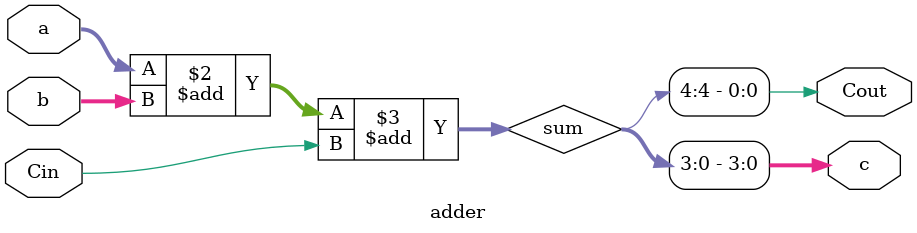
<source format=v>
`timescale 1ns / 1ps


module adder(
	input  [3:0] a,
	input  [3:0] b,
	input        Cin,
	output reg [3:0] c,
	output reg     Cout  
    );

	integer sum;

	always@(*)
	begin
		sum = a + b + Cin;
		c = sum[3:0];
		Cout = sum[4];
	end

endmodule

</source>
